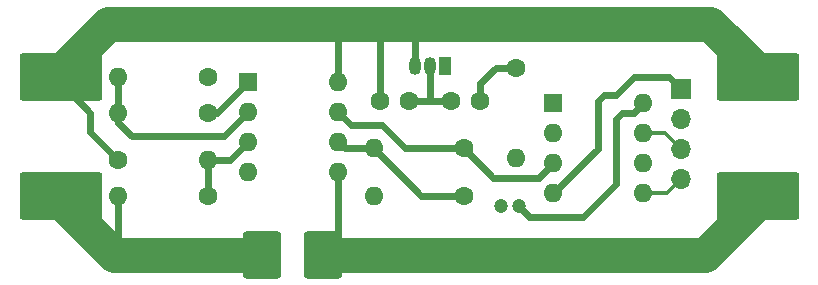
<source format=gbr>
%TF.GenerationSoftware,KiCad,Pcbnew,8.0.1-rc1*%
%TF.CreationDate,2025-05-01T22:02:35-04:00*%
%TF.ProjectId,bhm,62686d2e-6b69-4636-9164-5f7063625858,rev?*%
%TF.SameCoordinates,Original*%
%TF.FileFunction,Copper,L1,Top*%
%TF.FilePolarity,Positive*%
%FSLAX46Y46*%
G04 Gerber Fmt 4.6, Leading zero omitted, Abs format (unit mm)*
G04 Created by KiCad (PCBNEW 8.0.1-rc1) date 2025-05-01 22:02:35*
%MOMM*%
%LPD*%
G01*
G04 APERTURE LIST*
G04 Aperture macros list*
%AMRoundRect*
0 Rectangle with rounded corners*
0 $1 Rounding radius*
0 $2 $3 $4 $5 $6 $7 $8 $9 X,Y pos of 4 corners*
0 Add a 4 corners polygon primitive as box body*
4,1,4,$2,$3,$4,$5,$6,$7,$8,$9,$2,$3,0*
0 Add four circle primitives for the rounded corners*
1,1,$1+$1,$2,$3*
1,1,$1+$1,$4,$5*
1,1,$1+$1,$6,$7*
1,1,$1+$1,$8,$9*
0 Add four rect primitives between the rounded corners*
20,1,$1+$1,$2,$3,$4,$5,0*
20,1,$1+$1,$4,$5,$6,$7,0*
20,1,$1+$1,$6,$7,$8,$9,0*
20,1,$1+$1,$8,$9,$2,$3,0*%
G04 Aperture macros list end*
%TA.AperFunction,ComponentPad*%
%ADD10RoundRect,0.250000X-3.250000X-1.750000X3.250000X-1.750000X3.250000X1.750000X-3.250000X1.750000X0*%
%TD*%
%TA.AperFunction,SMDPad,CuDef*%
%ADD11RoundRect,0.250000X1.350000X1.750000X-1.350000X1.750000X-1.350000X-1.750000X1.350000X-1.750000X0*%
%TD*%
%TA.AperFunction,ComponentPad*%
%ADD12C,1.600000*%
%TD*%
%TA.AperFunction,ComponentPad*%
%ADD13O,1.600000X1.600000*%
%TD*%
%TA.AperFunction,ComponentPad*%
%ADD14R,1.700000X1.700000*%
%TD*%
%TA.AperFunction,ComponentPad*%
%ADD15O,1.700000X1.700000*%
%TD*%
%TA.AperFunction,ComponentPad*%
%ADD16R,1.050000X1.500000*%
%TD*%
%TA.AperFunction,ComponentPad*%
%ADD17O,1.050000X1.500000*%
%TD*%
%TA.AperFunction,ComponentPad*%
%ADD18R,1.600000X1.600000*%
%TD*%
%TA.AperFunction,ComponentPad*%
%ADD19C,1.200000*%
%TD*%
%TA.AperFunction,ViaPad*%
%ADD20C,0.600000*%
%TD*%
%TA.AperFunction,Conductor*%
%ADD21C,0.600000*%
%TD*%
%TA.AperFunction,Conductor*%
%ADD22C,3.000000*%
%TD*%
%TA.AperFunction,Conductor*%
%ADD23C,0.300000*%
%TD*%
%TA.AperFunction,Conductor*%
%ADD24C,0.200000*%
%TD*%
G04 APERTURE END LIST*
D10*
%TO.P,PosBatt1,1,Pin_1*%
%TO.N,+8.4V*%
X197000000Y-122000000D03*
%TD*%
%TO.P,NegDevice1,1,Pin_1*%
%TO.N,Net-(NegDevice1-Pin_1)*%
X256000000Y-132000000D03*
%TD*%
D11*
%TO.P,SENS1,1*%
%TO.N,Net-(NegDevice1-Pin_1)*%
X219200000Y-137000000D03*
%TO.P,SENS1,2*%
%TO.N,GND*%
X214000000Y-137000000D03*
%TD*%
D12*
%TO.P,R2,1*%
%TO.N,Net-(U2-XTAL1{slash}PB3)*%
X209500000Y-125000000D03*
D13*
%TO.P,R2,2*%
%TO.N,Net-(U1A--)*%
X201880000Y-125000000D03*
%TD*%
D14*
%TO.P,J1,1,Pin_1*%
%TO.N,GND*%
X249500000Y-123000000D03*
D15*
%TO.P,J1,2,Pin_2*%
%TO.N,/5v*%
X249500000Y-125540000D03*
%TO.P,J1,3,Pin_3*%
%TO.N,Net-(J1-Pin_3)*%
X249500000Y-128080000D03*
%TO.P,J1,4,Pin_4*%
%TO.N,Net-(J1-Pin_4)*%
X249500000Y-130620000D03*
%TD*%
D16*
%TO.P,U3,1,VO*%
%TO.N,/5v*%
X229500000Y-121000000D03*
D17*
%TO.P,U3,2,GND*%
%TO.N,GND*%
X228230000Y-121000000D03*
%TO.P,U3,3,VI*%
%TO.N,+8.4V*%
X226960000Y-121000000D03*
%TD*%
D12*
%TO.P,R3,1*%
%TO.N,/5v*%
X209500000Y-122000000D03*
D13*
%TO.P,R3,2*%
%TO.N,Net-(U1A--)*%
X201880000Y-122000000D03*
%TD*%
D12*
%TO.P,R5,1*%
%TO.N,+8.4V*%
X201880000Y-129000000D03*
D13*
%TO.P,R5,2*%
%TO.N,Net-(U1A-+)*%
X209500000Y-129000000D03*
%TD*%
D10*
%TO.P,PosDevice1,1,Pin_1*%
%TO.N,+8.4V*%
X256000000Y-122000000D03*
%TD*%
D12*
%TO.P,R6,1*%
%TO.N,Net-(U1B--)*%
X231120000Y-132000000D03*
D13*
%TO.P,R6,2*%
%TO.N,GND*%
X223500000Y-132000000D03*
%TD*%
D12*
%TO.P,C2,1*%
%TO.N,/5v*%
X232500000Y-124000000D03*
%TO.P,C2,2*%
%TO.N,GND*%
X230000000Y-124000000D03*
%TD*%
%TO.P,R1,1*%
%TO.N,/5v*%
X235500000Y-121190000D03*
D13*
%TO.P,R1,2*%
%TO.N,Net-(U2-~{RESET}{slash}PB5)*%
X235500000Y-128810000D03*
%TD*%
D18*
%TO.P,U2,1,~{RESET}/PB5*%
%TO.N,Net-(U2-~{RESET}{slash}PB5)*%
X238700000Y-124200000D03*
D13*
%TO.P,U2,2,XTAL1/PB3*%
%TO.N,Net-(U2-XTAL1{slash}PB3)*%
X238700000Y-126740000D03*
%TO.P,U2,3,XTAL2/PB4*%
%TO.N,Net-(U2-XTAL2{slash}PB4)*%
X238700000Y-129280000D03*
%TO.P,U2,4,GND*%
%TO.N,GND*%
X238700000Y-131820000D03*
%TO.P,U2,5,AREF/PB0*%
%TO.N,Net-(J1-Pin_4)*%
X246320000Y-131820000D03*
%TO.P,U2,6,PB1*%
%TO.N,unconnected-(U2-PB1-Pad6)*%
X246320000Y-129280000D03*
%TO.P,U2,7,PB2*%
%TO.N,Net-(J1-Pin_3)*%
X246320000Y-126740000D03*
%TO.P,U2,8,VCC*%
%TO.N,/5v*%
X246320000Y-124200000D03*
%TD*%
D18*
%TO.P,U1,1*%
%TO.N,Net-(U2-XTAL1{slash}PB3)*%
X212880000Y-122380000D03*
D13*
%TO.P,U1,2,-*%
%TO.N,Net-(U1A--)*%
X212880000Y-124920000D03*
%TO.P,U1,3,+*%
%TO.N,Net-(U1A-+)*%
X212880000Y-127460000D03*
%TO.P,U1,4,V-*%
%TO.N,GND*%
X212880000Y-130000000D03*
%TO.P,U1,5,+*%
%TO.N,Net-(NegDevice1-Pin_1)*%
X220500000Y-130000000D03*
%TO.P,U1,6,-*%
%TO.N,Net-(U1B--)*%
X220500000Y-127460000D03*
%TO.P,U1,7*%
%TO.N,Net-(U2-XTAL2{slash}PB4)*%
X220500000Y-124920000D03*
%TO.P,U1,8,V+*%
%TO.N,+8.4V*%
X220500000Y-122380000D03*
%TD*%
D12*
%TO.P,C1,1*%
%TO.N,+8.4V*%
X224000000Y-124000000D03*
%TO.P,C1,2*%
%TO.N,GND*%
X226500000Y-124000000D03*
%TD*%
%TO.P,R7,1*%
%TO.N,Net-(U2-XTAL2{slash}PB4)*%
X231120000Y-128000000D03*
D13*
%TO.P,R7,2*%
%TO.N,Net-(U1B--)*%
X223500000Y-128000000D03*
%TD*%
D12*
%TO.P,R4,1*%
%TO.N,Net-(U1A-+)*%
X209500000Y-132000000D03*
D13*
%TO.P,R4,2*%
%TO.N,GND*%
X201880000Y-132000000D03*
%TD*%
D10*
%TO.P,NegBatt1,1,Pin_1*%
%TO.N,GND*%
X197000000Y-132000000D03*
%TD*%
D19*
%TO.P,C3,1*%
%TO.N,/5v*%
X235750000Y-132900000D03*
%TO.P,C3,2*%
%TO.N,GND*%
X234250000Y-132900000D03*
%TD*%
D20*
%TO.N,+8.4V*%
X253500000Y-119500000D03*
X255000000Y-119500000D03*
X200000000Y-117500000D03*
X253000000Y-117500000D03*
X199000000Y-118500000D03*
X199500000Y-119500000D03*
X198000000Y-119500000D03*
X254000000Y-118500000D03*
X252500000Y-118500000D03*
X200500000Y-118500000D03*
%TO.N,GND*%
X211500000Y-136500000D03*
X209500000Y-136500000D03*
X210500000Y-136500000D03*
X199000000Y-135500000D03*
X211500000Y-137500000D03*
X200000000Y-136500000D03*
X209500000Y-137500000D03*
X198000000Y-134500000D03*
X199500000Y-134500000D03*
X210500000Y-137500000D03*
X200500000Y-135500000D03*
%TO.N,Net-(NegDevice1-Pin_1)*%
X222500000Y-137500000D03*
X253500000Y-134500000D03*
X255000000Y-134500000D03*
X223500000Y-137500000D03*
X253000000Y-136500000D03*
X221500000Y-136500000D03*
X252500000Y-135500000D03*
X221500000Y-137500000D03*
X254000000Y-135500000D03*
X222500000Y-136500000D03*
X223500000Y-136500000D03*
%TD*%
D21*
%TO.N,+8.4V*%
X226960000Y-121000000D02*
X226960000Y-117540000D01*
D22*
X256500000Y-122000000D02*
X252000000Y-117500000D01*
X227000000Y-117500000D02*
X224000000Y-117500000D01*
D21*
X201880000Y-129000000D02*
X199500000Y-126620000D01*
X199500000Y-126620000D02*
X199500000Y-125000000D01*
D22*
X224000000Y-117500000D02*
X220500000Y-117500000D01*
D21*
X199500000Y-125000000D02*
X196500000Y-122000000D01*
D22*
X201000000Y-117500000D02*
X196500000Y-122000000D01*
X220500000Y-117500000D02*
X201000000Y-117500000D01*
D21*
X224000000Y-124000000D02*
X224000000Y-117500000D01*
D23*
X226960000Y-117540000D02*
X227000000Y-117500000D01*
D22*
X252000000Y-117500000D02*
X227000000Y-117500000D01*
D21*
X220500000Y-122380000D02*
X220500000Y-117500000D01*
D22*
%TO.N,GND*%
X196500000Y-132000000D02*
X201500000Y-137000000D01*
X201500000Y-137000000D02*
X214000000Y-137000000D01*
D21*
X244000000Y-123500000D02*
X245500000Y-122000000D01*
X238700000Y-131820000D02*
X242500000Y-128020000D01*
X228230000Y-123730000D02*
X228500000Y-124000000D01*
X243000000Y-123500000D02*
X244000000Y-123500000D01*
X242500000Y-128020000D02*
X242500000Y-124000000D01*
X228230000Y-121000000D02*
X228230000Y-123730000D01*
X248500000Y-122000000D02*
X249500000Y-123000000D01*
X242500000Y-124000000D02*
X243000000Y-123500000D01*
X245500000Y-122000000D02*
X248500000Y-122000000D01*
X228500000Y-124000000D02*
X230000000Y-124000000D01*
X226500000Y-124000000D02*
X228500000Y-124000000D01*
X201880000Y-136620000D02*
X201500000Y-137000000D01*
X201880000Y-132000000D02*
X201880000Y-136620000D01*
D23*
%TO.N,Net-(J1-Pin_3)*%
X248160000Y-126740000D02*
X249500000Y-128080000D01*
X246320000Y-126740000D02*
X248160000Y-126740000D01*
D21*
%TO.N,Net-(U1A--)*%
X201880000Y-122000000D02*
X201880000Y-125000000D01*
X201880000Y-125000000D02*
X201880000Y-125880000D01*
X210800000Y-127000000D02*
X212880000Y-124920000D01*
X201880000Y-125880000D02*
X203000000Y-127000000D01*
X203000000Y-127000000D02*
X210800000Y-127000000D01*
%TO.N,Net-(U2-XTAL1{slash}PB3)*%
X209500000Y-125000000D02*
X210260000Y-125000000D01*
X210260000Y-125000000D02*
X212880000Y-122380000D01*
%TO.N,Net-(U1A-+)*%
X211340000Y-129000000D02*
X212880000Y-127460000D01*
X209500000Y-129000000D02*
X209500000Y-132000000D01*
X209500000Y-129000000D02*
X211340000Y-129000000D01*
D22*
%TO.N,Net-(NegDevice1-Pin_1)*%
X219200000Y-137000000D02*
X251500000Y-137000000D01*
D21*
X220500000Y-130000000D02*
X220500000Y-135700000D01*
X220500000Y-135700000D02*
X219200000Y-137000000D01*
D22*
X251500000Y-137000000D02*
X256500000Y-132000000D01*
D21*
%TO.N,Net-(U1B--)*%
X223500000Y-128000000D02*
X227500000Y-132000000D01*
X223500000Y-128000000D02*
X221040000Y-128000000D01*
X227500000Y-132000000D02*
X231120000Y-132000000D01*
X221040000Y-128000000D02*
X220500000Y-127460000D01*
%TO.N,Net-(U2-XTAL2{slash}PB4)*%
X226161522Y-128000000D02*
X224161522Y-126000000D01*
X221580000Y-126000000D02*
X220500000Y-124920000D01*
X231120000Y-128000000D02*
X226161522Y-128000000D01*
X231120000Y-128000000D02*
X233620000Y-130500000D01*
X237480000Y-130500000D02*
X238700000Y-129280000D01*
X224161522Y-126000000D02*
X221580000Y-126000000D01*
X233620000Y-130500000D02*
X237480000Y-130500000D01*
D23*
%TO.N,Net-(J1-Pin_4)*%
X248300000Y-131820000D02*
X249500000Y-130620000D01*
X246320000Y-131820000D02*
X248300000Y-131820000D01*
D21*
%TO.N,/5v*%
X232500000Y-122500000D02*
X232500000Y-124000000D01*
D23*
X235310000Y-121000000D02*
X235500000Y-121190000D01*
D21*
X244000000Y-131000000D02*
X241200000Y-133800000D01*
X233810000Y-121190000D02*
X232500000Y-122500000D01*
X244000000Y-125500000D02*
X244000000Y-131000000D01*
X244500000Y-125000000D02*
X244000000Y-125500000D01*
X245520001Y-124999999D02*
X244500000Y-125000000D01*
X236650000Y-133800000D02*
X235750000Y-132900000D01*
X235500000Y-121190000D02*
X233810000Y-121190000D01*
X246320000Y-124200000D02*
X245520001Y-124999999D01*
D24*
X232880000Y-123620000D02*
X232500000Y-124000000D01*
D21*
X241200000Y-133800000D02*
X236650000Y-133800000D01*
%TD*%
M02*

</source>
